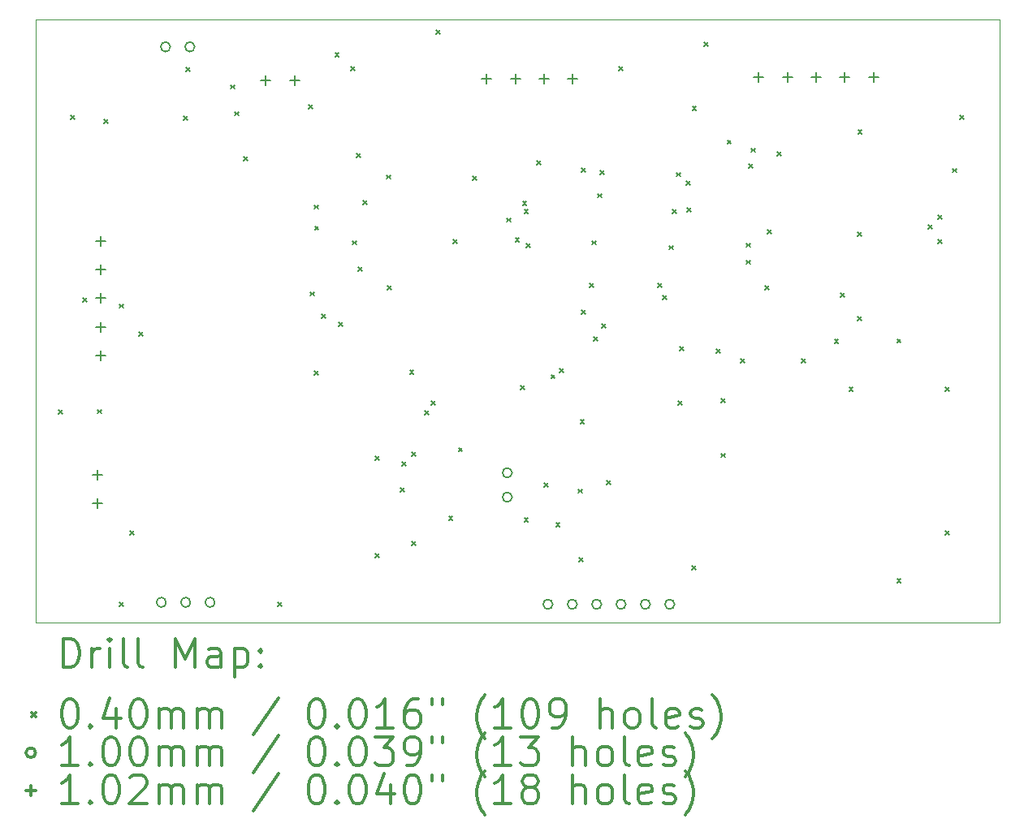
<source format=gbr>
%FSLAX45Y45*%
G04 Gerber Fmt 4.5, Leading zero omitted, Abs format (unit mm)*
G04 Created by KiCad (PCBNEW (5.1.6)-1) date 2021-05-10 23:03:25*
%MOMM*%
%LPD*%
G01*
G04 APERTURE LIST*
%TA.AperFunction,Profile*%
%ADD10C,0.050000*%
%TD*%
%ADD11C,0.200000*%
%ADD12C,0.300000*%
G04 APERTURE END LIST*
D10*
X18935700Y-11493500D02*
X18935700Y-5207000D01*
X8890000Y-11493500D02*
X18935700Y-11493500D01*
X8890000Y-5207000D02*
X8890000Y-11493500D01*
X18935700Y-5207000D02*
X8890000Y-5207000D01*
D11*
X9124000Y-9276400D02*
X9164000Y-9316400D01*
X9164000Y-9276400D02*
X9124000Y-9316400D01*
X9251000Y-6203000D02*
X9291000Y-6243000D01*
X9291000Y-6203000D02*
X9251000Y-6243000D01*
X9378000Y-8108000D02*
X9418000Y-8148000D01*
X9418000Y-8108000D02*
X9378000Y-8148000D01*
X9535480Y-9273860D02*
X9575480Y-9313860D01*
X9575480Y-9273860D02*
X9535480Y-9313860D01*
X9600250Y-6247450D02*
X9640250Y-6287450D01*
X9640250Y-6247450D02*
X9600250Y-6287450D01*
X9759000Y-8171500D02*
X9799000Y-8211500D01*
X9799000Y-8171500D02*
X9759000Y-8211500D01*
X9759000Y-11283000D02*
X9799000Y-11323000D01*
X9799000Y-11283000D02*
X9759000Y-11323000D01*
X9870000Y-10537000D02*
X9910000Y-10577000D01*
X9910000Y-10537000D02*
X9870000Y-10577000D01*
X9964740Y-8466140D02*
X10004740Y-8506140D01*
X10004740Y-8466140D02*
X9964740Y-8506140D01*
X10432100Y-6209350D02*
X10472100Y-6249350D01*
X10472100Y-6209350D02*
X10432100Y-6249350D01*
X10457500Y-5701350D02*
X10497500Y-5741350D01*
X10497500Y-5701350D02*
X10457500Y-5741350D01*
X10921050Y-5885500D02*
X10961050Y-5925500D01*
X10961050Y-5885500D02*
X10921050Y-5925500D01*
X10965500Y-6164900D02*
X11005500Y-6204900D01*
X11005500Y-6164900D02*
X10965500Y-6204900D01*
X11054400Y-6634800D02*
X11094400Y-6674800D01*
X11094400Y-6634800D02*
X11054400Y-6674800D01*
X11410000Y-11283000D02*
X11450000Y-11323000D01*
X11450000Y-11283000D02*
X11410000Y-11323000D01*
X11733850Y-6095050D02*
X11773850Y-6135050D01*
X11773850Y-6095050D02*
X11733850Y-6135050D01*
X11752900Y-8044500D02*
X11792900Y-8084500D01*
X11792900Y-8044500D02*
X11752900Y-8084500D01*
X11791000Y-7139100D02*
X11831000Y-7179100D01*
X11831000Y-7139100D02*
X11791000Y-7179100D01*
X11791000Y-8870000D02*
X11831000Y-8910000D01*
X11831000Y-8870000D02*
X11791000Y-8910000D01*
X11797350Y-7358700D02*
X11837350Y-7398700D01*
X11837350Y-7358700D02*
X11797350Y-7398700D01*
X11867200Y-8279450D02*
X11907200Y-8319450D01*
X11907200Y-8279450D02*
X11867200Y-8319450D01*
X12010075Y-5552125D02*
X12050075Y-5592125D01*
X12050075Y-5552125D02*
X12010075Y-5592125D01*
X12045000Y-8362000D02*
X12085000Y-8402000D01*
X12085000Y-8362000D02*
X12045000Y-8402000D01*
X12172000Y-5695000D02*
X12212000Y-5735000D01*
X12212000Y-5695000D02*
X12172000Y-5735000D01*
X12191050Y-7511100D02*
X12231050Y-7551100D01*
X12231050Y-7511100D02*
X12191050Y-7551100D01*
X12235500Y-6603050D02*
X12275500Y-6643050D01*
X12275500Y-6603050D02*
X12235500Y-6643050D01*
X12248200Y-7784150D02*
X12288200Y-7824150D01*
X12288200Y-7784150D02*
X12248200Y-7824150D01*
X12299000Y-7092000D02*
X12339000Y-7132000D01*
X12339000Y-7092000D02*
X12299000Y-7132000D01*
X12426000Y-9759000D02*
X12466000Y-9799000D01*
X12466000Y-9759000D02*
X12426000Y-9799000D01*
X12426000Y-10775000D02*
X12466000Y-10815000D01*
X12466000Y-10775000D02*
X12426000Y-10815000D01*
X12546650Y-6825300D02*
X12586650Y-6865300D01*
X12586650Y-6825300D02*
X12546650Y-6865300D01*
X12553000Y-7981000D02*
X12593000Y-8021000D01*
X12593000Y-7981000D02*
X12553000Y-8021000D01*
X12692700Y-10089200D02*
X12732700Y-10129200D01*
X12732700Y-10089200D02*
X12692700Y-10129200D01*
X12705400Y-9816150D02*
X12745400Y-9856150D01*
X12745400Y-9816150D02*
X12705400Y-9856150D01*
X12787950Y-8863650D02*
X12827950Y-8903650D01*
X12827950Y-8863650D02*
X12787950Y-8903650D01*
X12807000Y-9714550D02*
X12847000Y-9754550D01*
X12847000Y-9714550D02*
X12807000Y-9754550D01*
X12807000Y-10648000D02*
X12847000Y-10688000D01*
X12847000Y-10648000D02*
X12807000Y-10688000D01*
X12946700Y-9282750D02*
X12986700Y-9322750D01*
X12986700Y-9282750D02*
X12946700Y-9322750D01*
X13010200Y-9181150D02*
X13050200Y-9221150D01*
X13050200Y-9181150D02*
X13010200Y-9221150D01*
X13061000Y-5314000D02*
X13101000Y-5354000D01*
X13101000Y-5314000D02*
X13061000Y-5354000D01*
X13194279Y-10387721D02*
X13234279Y-10427721D01*
X13234279Y-10387721D02*
X13194279Y-10427721D01*
X13239252Y-7497921D02*
X13279252Y-7537921D01*
X13279252Y-7497921D02*
X13239252Y-7537921D01*
X13295950Y-9670100D02*
X13335950Y-9710100D01*
X13335950Y-9670100D02*
X13295950Y-9710100D01*
X13442000Y-6838000D02*
X13482000Y-6878000D01*
X13482000Y-6838000D02*
X13442000Y-6878000D01*
X13797600Y-7273500D02*
X13837600Y-7313500D01*
X13837600Y-7273500D02*
X13797600Y-7313500D01*
X13889675Y-7482525D02*
X13929675Y-7522525D01*
X13929675Y-7482525D02*
X13889675Y-7522525D01*
X13943650Y-9022400D02*
X13983650Y-9062400D01*
X13983650Y-9022400D02*
X13943650Y-9062400D01*
X13964675Y-7098350D02*
X14004675Y-7138350D01*
X14004675Y-7098350D02*
X13964675Y-7138350D01*
X13981750Y-7187250D02*
X14021750Y-7227250D01*
X14021750Y-7187250D02*
X13981750Y-7227250D01*
X13981750Y-10400350D02*
X14021750Y-10440350D01*
X14021750Y-10400350D02*
X13981750Y-10440350D01*
X14000800Y-7541650D02*
X14040800Y-7581650D01*
X14040800Y-7541650D02*
X14000800Y-7581650D01*
X14115851Y-6679167D02*
X14155851Y-6719167D01*
X14155851Y-6679167D02*
X14115851Y-6719167D01*
X14191300Y-10038400D02*
X14231300Y-10078400D01*
X14231300Y-10038400D02*
X14191300Y-10078400D01*
X14261150Y-8908100D02*
X14301150Y-8948100D01*
X14301150Y-8908100D02*
X14261150Y-8948100D01*
X14311950Y-10451150D02*
X14351950Y-10491150D01*
X14351950Y-10451150D02*
X14311950Y-10491150D01*
X14350050Y-8844600D02*
X14390050Y-8884600D01*
X14390050Y-8844600D02*
X14350050Y-8884600D01*
X14546900Y-10101900D02*
X14586900Y-10141900D01*
X14586900Y-10101900D02*
X14546900Y-10141900D01*
X14553250Y-10819450D02*
X14593250Y-10859450D01*
X14593250Y-10819450D02*
X14553250Y-10859450D01*
X14565950Y-9378000D02*
X14605950Y-9418000D01*
X14605950Y-9378000D02*
X14565950Y-9418000D01*
X14578650Y-6755450D02*
X14618650Y-6795450D01*
X14618650Y-6755450D02*
X14578650Y-6795450D01*
X14578650Y-8237500D02*
X14618650Y-8277500D01*
X14618650Y-8237500D02*
X14578650Y-8277500D01*
X14661200Y-7955600D02*
X14701200Y-7995600D01*
X14701200Y-7955600D02*
X14661200Y-7995600D01*
X14686600Y-7511100D02*
X14726600Y-7551100D01*
X14726600Y-7511100D02*
X14686600Y-7551100D01*
X14704835Y-8517173D02*
X14744835Y-8557173D01*
X14744835Y-8517173D02*
X14704835Y-8557173D01*
X14750100Y-7019500D02*
X14790100Y-7059500D01*
X14790100Y-7019500D02*
X14750100Y-7059500D01*
X14775500Y-6780850D02*
X14815500Y-6820850D01*
X14815500Y-6780850D02*
X14775500Y-6820850D01*
X14788200Y-8382500D02*
X14828200Y-8422500D01*
X14828200Y-8382500D02*
X14788200Y-8422500D01*
X14839000Y-10013000D02*
X14879000Y-10053000D01*
X14879000Y-10013000D02*
X14839000Y-10053000D01*
X14966000Y-5695000D02*
X15006000Y-5735000D01*
X15006000Y-5695000D02*
X14966000Y-5735000D01*
X15372400Y-7955600D02*
X15412400Y-7995600D01*
X15412400Y-7955600D02*
X15372400Y-7995600D01*
X15423200Y-8082600D02*
X15463200Y-8122600D01*
X15463200Y-8082600D02*
X15423200Y-8122600D01*
X15493050Y-7561900D02*
X15533050Y-7601900D01*
X15533050Y-7561900D02*
X15493050Y-7601900D01*
X15529880Y-7185980D02*
X15569880Y-7225980D01*
X15569880Y-7185980D02*
X15529880Y-7225980D01*
X15569250Y-6799900D02*
X15609250Y-6839900D01*
X15609250Y-6799900D02*
X15569250Y-6839900D01*
X15588300Y-9181150D02*
X15628300Y-9221150D01*
X15628300Y-9181150D02*
X15588300Y-9221150D01*
X15601000Y-8616000D02*
X15641000Y-8656000D01*
X15641000Y-8616000D02*
X15601000Y-8656000D01*
X15670850Y-6888800D02*
X15710850Y-6928800D01*
X15710850Y-6888800D02*
X15670850Y-6928800D01*
X15677200Y-7168200D02*
X15717200Y-7208200D01*
X15717200Y-7168200D02*
X15677200Y-7208200D01*
X15728000Y-10902000D02*
X15768000Y-10942000D01*
X15768000Y-10902000D02*
X15728000Y-10942000D01*
X15734350Y-6107750D02*
X15774350Y-6147750D01*
X15774350Y-6107750D02*
X15734350Y-6147750D01*
X15855000Y-5441000D02*
X15895000Y-5481000D01*
X15895000Y-5441000D02*
X15855000Y-5481000D01*
X15982000Y-8641400D02*
X16022000Y-8681400D01*
X16022000Y-8641400D02*
X15982000Y-8681400D01*
X16032800Y-9159560D02*
X16072800Y-9199560D01*
X16072800Y-9159560D02*
X16032800Y-9199560D01*
X16037880Y-9731060D02*
X16077880Y-9771060D01*
X16077880Y-9731060D02*
X16037880Y-9771060D01*
X16100000Y-6460800D02*
X16140000Y-6500800D01*
X16140000Y-6460800D02*
X16100000Y-6500800D01*
X16236000Y-8743000D02*
X16276000Y-8783000D01*
X16276000Y-8743000D02*
X16236000Y-8783000D01*
X16299500Y-7536500D02*
X16339500Y-7576500D01*
X16339500Y-7536500D02*
X16299500Y-7576500D01*
X16299500Y-7714300D02*
X16339500Y-7754300D01*
X16339500Y-7714300D02*
X16299500Y-7754300D01*
X16324900Y-6711000D02*
X16364900Y-6751000D01*
X16364900Y-6711000D02*
X16324900Y-6751000D01*
X16350300Y-6545900D02*
X16390300Y-6585900D01*
X16390300Y-6545900D02*
X16350300Y-6585900D01*
X16490000Y-7981000D02*
X16530000Y-8021000D01*
X16530000Y-7981000D02*
X16490000Y-8021000D01*
X16515400Y-7396800D02*
X16555400Y-7436800D01*
X16555400Y-7396800D02*
X16515400Y-7436800D01*
X16617000Y-6584000D02*
X16657000Y-6624000D01*
X16657000Y-6584000D02*
X16617000Y-6624000D01*
X16871000Y-8743000D02*
X16911000Y-8783000D01*
X16911000Y-8743000D02*
X16871000Y-8783000D01*
X17217075Y-8542975D02*
X17257075Y-8582975D01*
X17257075Y-8542975D02*
X17217075Y-8582975D01*
X17277400Y-8057200D02*
X17317400Y-8097200D01*
X17317400Y-8057200D02*
X17277400Y-8097200D01*
X17370000Y-9037000D02*
X17410000Y-9077000D01*
X17410000Y-9037000D02*
X17370000Y-9077000D01*
X17455200Y-7422200D02*
X17495200Y-7462200D01*
X17495200Y-7422200D02*
X17455200Y-7462200D01*
X17455200Y-8304850D02*
X17495200Y-8344850D01*
X17495200Y-8304850D02*
X17455200Y-8344850D01*
X17461550Y-6355400D02*
X17501550Y-6395400D01*
X17501550Y-6355400D02*
X17461550Y-6395400D01*
X17870000Y-8537000D02*
X17910000Y-8577000D01*
X17910000Y-8537000D02*
X17870000Y-8577000D01*
X17870000Y-11037000D02*
X17910000Y-11077000D01*
X17910000Y-11037000D02*
X17870000Y-11077000D01*
X18191800Y-7346000D02*
X18231800Y-7386000D01*
X18231800Y-7346000D02*
X18191800Y-7386000D01*
X18293400Y-7244400D02*
X18333400Y-7284400D01*
X18333400Y-7244400D02*
X18293400Y-7284400D01*
X18293400Y-7498400D02*
X18333400Y-7538400D01*
X18333400Y-7498400D02*
X18293400Y-7538400D01*
X18370000Y-9037000D02*
X18410000Y-9077000D01*
X18410000Y-9037000D02*
X18370000Y-9077000D01*
X18370000Y-10537000D02*
X18410000Y-10577000D01*
X18410000Y-10537000D02*
X18370000Y-10577000D01*
X18445800Y-6758775D02*
X18485800Y-6798775D01*
X18485800Y-6758775D02*
X18445800Y-6798775D01*
X18522000Y-6203000D02*
X18562000Y-6243000D01*
X18562000Y-6203000D02*
X18522000Y-6243000D01*
X14279080Y-11303000D02*
G75*
G03*
X14279080Y-11303000I-50000J0D01*
G01*
X14533080Y-11303000D02*
G75*
G03*
X14533080Y-11303000I-50000J0D01*
G01*
X14787080Y-11303000D02*
G75*
G03*
X14787080Y-11303000I-50000J0D01*
G01*
X15041080Y-11303000D02*
G75*
G03*
X15041080Y-11303000I-50000J0D01*
G01*
X15295080Y-11303000D02*
G75*
G03*
X15295080Y-11303000I-50000J0D01*
G01*
X15549080Y-11303000D02*
G75*
G03*
X15549080Y-11303000I-50000J0D01*
G01*
X10291280Y-5488940D02*
G75*
G03*
X10291280Y-5488940I-50000J0D01*
G01*
X10545280Y-5488940D02*
G75*
G03*
X10545280Y-5488940I-50000J0D01*
G01*
X10248100Y-11282680D02*
G75*
G03*
X10248100Y-11282680I-50000J0D01*
G01*
X10502100Y-11282680D02*
G75*
G03*
X10502100Y-11282680I-50000J0D01*
G01*
X10756100Y-11282680D02*
G75*
G03*
X10756100Y-11282680I-50000J0D01*
G01*
X13854900Y-9931400D02*
G75*
G03*
X13854900Y-9931400I-50000J0D01*
G01*
X13854900Y-10185400D02*
G75*
G03*
X13854900Y-10185400I-50000J0D01*
G01*
X9532820Y-9900580D02*
X9532820Y-10002580D01*
X9481820Y-9951580D02*
X9583820Y-9951580D01*
X9532820Y-10200580D02*
X9532820Y-10302580D01*
X9481820Y-10251580D02*
X9583820Y-10251580D01*
X16425340Y-5752900D02*
X16425340Y-5854900D01*
X16374340Y-5803900D02*
X16476340Y-5803900D01*
X16725340Y-5752900D02*
X16725340Y-5854900D01*
X16674340Y-5803900D02*
X16776340Y-5803900D01*
X17025340Y-5752900D02*
X17025340Y-5854900D01*
X16974340Y-5803900D02*
X17076340Y-5803900D01*
X17325340Y-5752900D02*
X17325340Y-5854900D01*
X17274340Y-5803900D02*
X17376340Y-5803900D01*
X17625340Y-5752900D02*
X17625340Y-5854900D01*
X17574340Y-5803900D02*
X17676340Y-5803900D01*
X13589000Y-5768140D02*
X13589000Y-5870140D01*
X13538000Y-5819140D02*
X13640000Y-5819140D01*
X13889000Y-5768140D02*
X13889000Y-5870140D01*
X13838000Y-5819140D02*
X13940000Y-5819140D01*
X14189000Y-5768140D02*
X14189000Y-5870140D01*
X14138000Y-5819140D02*
X14240000Y-5819140D01*
X14489000Y-5768140D02*
X14489000Y-5870140D01*
X14438000Y-5819140D02*
X14540000Y-5819140D01*
X11287480Y-5791000D02*
X11287480Y-5893000D01*
X11236480Y-5842000D02*
X11338480Y-5842000D01*
X11587480Y-5791000D02*
X11587480Y-5893000D01*
X11536480Y-5842000D02*
X11638480Y-5842000D01*
X9563300Y-7460300D02*
X9563300Y-7562300D01*
X9512300Y-7511300D02*
X9614300Y-7511300D01*
X9563300Y-7760300D02*
X9563300Y-7862300D01*
X9512300Y-7811300D02*
X9614300Y-7811300D01*
X9563300Y-8060300D02*
X9563300Y-8162300D01*
X9512300Y-8111300D02*
X9614300Y-8111300D01*
X9563300Y-8360300D02*
X9563300Y-8462300D01*
X9512300Y-8411300D02*
X9614300Y-8411300D01*
X9563300Y-8660300D02*
X9563300Y-8762300D01*
X9512300Y-8711300D02*
X9614300Y-8711300D01*
D12*
X9173928Y-11961714D02*
X9173928Y-11661714D01*
X9245357Y-11661714D01*
X9288214Y-11676000D01*
X9316786Y-11704571D01*
X9331071Y-11733143D01*
X9345357Y-11790286D01*
X9345357Y-11833143D01*
X9331071Y-11890286D01*
X9316786Y-11918857D01*
X9288214Y-11947429D01*
X9245357Y-11961714D01*
X9173928Y-11961714D01*
X9473928Y-11961714D02*
X9473928Y-11761714D01*
X9473928Y-11818857D02*
X9488214Y-11790286D01*
X9502500Y-11776000D01*
X9531071Y-11761714D01*
X9559643Y-11761714D01*
X9659643Y-11961714D02*
X9659643Y-11761714D01*
X9659643Y-11661714D02*
X9645357Y-11676000D01*
X9659643Y-11690286D01*
X9673928Y-11676000D01*
X9659643Y-11661714D01*
X9659643Y-11690286D01*
X9845357Y-11961714D02*
X9816786Y-11947429D01*
X9802500Y-11918857D01*
X9802500Y-11661714D01*
X10002500Y-11961714D02*
X9973928Y-11947429D01*
X9959643Y-11918857D01*
X9959643Y-11661714D01*
X10345357Y-11961714D02*
X10345357Y-11661714D01*
X10445357Y-11876000D01*
X10545357Y-11661714D01*
X10545357Y-11961714D01*
X10816786Y-11961714D02*
X10816786Y-11804571D01*
X10802500Y-11776000D01*
X10773928Y-11761714D01*
X10716786Y-11761714D01*
X10688214Y-11776000D01*
X10816786Y-11947429D02*
X10788214Y-11961714D01*
X10716786Y-11961714D01*
X10688214Y-11947429D01*
X10673928Y-11918857D01*
X10673928Y-11890286D01*
X10688214Y-11861714D01*
X10716786Y-11847429D01*
X10788214Y-11847429D01*
X10816786Y-11833143D01*
X10959643Y-11761714D02*
X10959643Y-12061714D01*
X10959643Y-11776000D02*
X10988214Y-11761714D01*
X11045357Y-11761714D01*
X11073928Y-11776000D01*
X11088214Y-11790286D01*
X11102500Y-11818857D01*
X11102500Y-11904571D01*
X11088214Y-11933143D01*
X11073928Y-11947429D01*
X11045357Y-11961714D01*
X10988214Y-11961714D01*
X10959643Y-11947429D01*
X11231071Y-11933143D02*
X11245357Y-11947429D01*
X11231071Y-11961714D01*
X11216786Y-11947429D01*
X11231071Y-11933143D01*
X11231071Y-11961714D01*
X11231071Y-11776000D02*
X11245357Y-11790286D01*
X11231071Y-11804571D01*
X11216786Y-11790286D01*
X11231071Y-11776000D01*
X11231071Y-11804571D01*
X8847500Y-12436000D02*
X8887500Y-12476000D01*
X8887500Y-12436000D02*
X8847500Y-12476000D01*
X9231071Y-12291714D02*
X9259643Y-12291714D01*
X9288214Y-12306000D01*
X9302500Y-12320286D01*
X9316786Y-12348857D01*
X9331071Y-12406000D01*
X9331071Y-12477429D01*
X9316786Y-12534571D01*
X9302500Y-12563143D01*
X9288214Y-12577429D01*
X9259643Y-12591714D01*
X9231071Y-12591714D01*
X9202500Y-12577429D01*
X9188214Y-12563143D01*
X9173928Y-12534571D01*
X9159643Y-12477429D01*
X9159643Y-12406000D01*
X9173928Y-12348857D01*
X9188214Y-12320286D01*
X9202500Y-12306000D01*
X9231071Y-12291714D01*
X9459643Y-12563143D02*
X9473928Y-12577429D01*
X9459643Y-12591714D01*
X9445357Y-12577429D01*
X9459643Y-12563143D01*
X9459643Y-12591714D01*
X9731071Y-12391714D02*
X9731071Y-12591714D01*
X9659643Y-12277429D02*
X9588214Y-12491714D01*
X9773928Y-12491714D01*
X9945357Y-12291714D02*
X9973928Y-12291714D01*
X10002500Y-12306000D01*
X10016786Y-12320286D01*
X10031071Y-12348857D01*
X10045357Y-12406000D01*
X10045357Y-12477429D01*
X10031071Y-12534571D01*
X10016786Y-12563143D01*
X10002500Y-12577429D01*
X9973928Y-12591714D01*
X9945357Y-12591714D01*
X9916786Y-12577429D01*
X9902500Y-12563143D01*
X9888214Y-12534571D01*
X9873928Y-12477429D01*
X9873928Y-12406000D01*
X9888214Y-12348857D01*
X9902500Y-12320286D01*
X9916786Y-12306000D01*
X9945357Y-12291714D01*
X10173928Y-12591714D02*
X10173928Y-12391714D01*
X10173928Y-12420286D02*
X10188214Y-12406000D01*
X10216786Y-12391714D01*
X10259643Y-12391714D01*
X10288214Y-12406000D01*
X10302500Y-12434571D01*
X10302500Y-12591714D01*
X10302500Y-12434571D02*
X10316786Y-12406000D01*
X10345357Y-12391714D01*
X10388214Y-12391714D01*
X10416786Y-12406000D01*
X10431071Y-12434571D01*
X10431071Y-12591714D01*
X10573928Y-12591714D02*
X10573928Y-12391714D01*
X10573928Y-12420286D02*
X10588214Y-12406000D01*
X10616786Y-12391714D01*
X10659643Y-12391714D01*
X10688214Y-12406000D01*
X10702500Y-12434571D01*
X10702500Y-12591714D01*
X10702500Y-12434571D02*
X10716786Y-12406000D01*
X10745357Y-12391714D01*
X10788214Y-12391714D01*
X10816786Y-12406000D01*
X10831071Y-12434571D01*
X10831071Y-12591714D01*
X11416786Y-12277429D02*
X11159643Y-12663143D01*
X11802500Y-12291714D02*
X11831071Y-12291714D01*
X11859643Y-12306000D01*
X11873928Y-12320286D01*
X11888214Y-12348857D01*
X11902500Y-12406000D01*
X11902500Y-12477429D01*
X11888214Y-12534571D01*
X11873928Y-12563143D01*
X11859643Y-12577429D01*
X11831071Y-12591714D01*
X11802500Y-12591714D01*
X11773928Y-12577429D01*
X11759643Y-12563143D01*
X11745357Y-12534571D01*
X11731071Y-12477429D01*
X11731071Y-12406000D01*
X11745357Y-12348857D01*
X11759643Y-12320286D01*
X11773928Y-12306000D01*
X11802500Y-12291714D01*
X12031071Y-12563143D02*
X12045357Y-12577429D01*
X12031071Y-12591714D01*
X12016786Y-12577429D01*
X12031071Y-12563143D01*
X12031071Y-12591714D01*
X12231071Y-12291714D02*
X12259643Y-12291714D01*
X12288214Y-12306000D01*
X12302500Y-12320286D01*
X12316786Y-12348857D01*
X12331071Y-12406000D01*
X12331071Y-12477429D01*
X12316786Y-12534571D01*
X12302500Y-12563143D01*
X12288214Y-12577429D01*
X12259643Y-12591714D01*
X12231071Y-12591714D01*
X12202500Y-12577429D01*
X12188214Y-12563143D01*
X12173928Y-12534571D01*
X12159643Y-12477429D01*
X12159643Y-12406000D01*
X12173928Y-12348857D01*
X12188214Y-12320286D01*
X12202500Y-12306000D01*
X12231071Y-12291714D01*
X12616786Y-12591714D02*
X12445357Y-12591714D01*
X12531071Y-12591714D02*
X12531071Y-12291714D01*
X12502500Y-12334571D01*
X12473928Y-12363143D01*
X12445357Y-12377429D01*
X12873928Y-12291714D02*
X12816786Y-12291714D01*
X12788214Y-12306000D01*
X12773928Y-12320286D01*
X12745357Y-12363143D01*
X12731071Y-12420286D01*
X12731071Y-12534571D01*
X12745357Y-12563143D01*
X12759643Y-12577429D01*
X12788214Y-12591714D01*
X12845357Y-12591714D01*
X12873928Y-12577429D01*
X12888214Y-12563143D01*
X12902500Y-12534571D01*
X12902500Y-12463143D01*
X12888214Y-12434571D01*
X12873928Y-12420286D01*
X12845357Y-12406000D01*
X12788214Y-12406000D01*
X12759643Y-12420286D01*
X12745357Y-12434571D01*
X12731071Y-12463143D01*
X13016786Y-12291714D02*
X13016786Y-12348857D01*
X13131071Y-12291714D02*
X13131071Y-12348857D01*
X13573928Y-12706000D02*
X13559643Y-12691714D01*
X13531071Y-12648857D01*
X13516786Y-12620286D01*
X13502500Y-12577429D01*
X13488214Y-12506000D01*
X13488214Y-12448857D01*
X13502500Y-12377429D01*
X13516786Y-12334571D01*
X13531071Y-12306000D01*
X13559643Y-12263143D01*
X13573928Y-12248857D01*
X13845357Y-12591714D02*
X13673928Y-12591714D01*
X13759643Y-12591714D02*
X13759643Y-12291714D01*
X13731071Y-12334571D01*
X13702500Y-12363143D01*
X13673928Y-12377429D01*
X14031071Y-12291714D02*
X14059643Y-12291714D01*
X14088214Y-12306000D01*
X14102500Y-12320286D01*
X14116786Y-12348857D01*
X14131071Y-12406000D01*
X14131071Y-12477429D01*
X14116786Y-12534571D01*
X14102500Y-12563143D01*
X14088214Y-12577429D01*
X14059643Y-12591714D01*
X14031071Y-12591714D01*
X14002500Y-12577429D01*
X13988214Y-12563143D01*
X13973928Y-12534571D01*
X13959643Y-12477429D01*
X13959643Y-12406000D01*
X13973928Y-12348857D01*
X13988214Y-12320286D01*
X14002500Y-12306000D01*
X14031071Y-12291714D01*
X14273928Y-12591714D02*
X14331071Y-12591714D01*
X14359643Y-12577429D01*
X14373928Y-12563143D01*
X14402500Y-12520286D01*
X14416786Y-12463143D01*
X14416786Y-12348857D01*
X14402500Y-12320286D01*
X14388214Y-12306000D01*
X14359643Y-12291714D01*
X14302500Y-12291714D01*
X14273928Y-12306000D01*
X14259643Y-12320286D01*
X14245357Y-12348857D01*
X14245357Y-12420286D01*
X14259643Y-12448857D01*
X14273928Y-12463143D01*
X14302500Y-12477429D01*
X14359643Y-12477429D01*
X14388214Y-12463143D01*
X14402500Y-12448857D01*
X14416786Y-12420286D01*
X14773928Y-12591714D02*
X14773928Y-12291714D01*
X14902500Y-12591714D02*
X14902500Y-12434571D01*
X14888214Y-12406000D01*
X14859643Y-12391714D01*
X14816786Y-12391714D01*
X14788214Y-12406000D01*
X14773928Y-12420286D01*
X15088214Y-12591714D02*
X15059643Y-12577429D01*
X15045357Y-12563143D01*
X15031071Y-12534571D01*
X15031071Y-12448857D01*
X15045357Y-12420286D01*
X15059643Y-12406000D01*
X15088214Y-12391714D01*
X15131071Y-12391714D01*
X15159643Y-12406000D01*
X15173928Y-12420286D01*
X15188214Y-12448857D01*
X15188214Y-12534571D01*
X15173928Y-12563143D01*
X15159643Y-12577429D01*
X15131071Y-12591714D01*
X15088214Y-12591714D01*
X15359643Y-12591714D02*
X15331071Y-12577429D01*
X15316786Y-12548857D01*
X15316786Y-12291714D01*
X15588214Y-12577429D02*
X15559643Y-12591714D01*
X15502500Y-12591714D01*
X15473928Y-12577429D01*
X15459643Y-12548857D01*
X15459643Y-12434571D01*
X15473928Y-12406000D01*
X15502500Y-12391714D01*
X15559643Y-12391714D01*
X15588214Y-12406000D01*
X15602500Y-12434571D01*
X15602500Y-12463143D01*
X15459643Y-12491714D01*
X15716786Y-12577429D02*
X15745357Y-12591714D01*
X15802500Y-12591714D01*
X15831071Y-12577429D01*
X15845357Y-12548857D01*
X15845357Y-12534571D01*
X15831071Y-12506000D01*
X15802500Y-12491714D01*
X15759643Y-12491714D01*
X15731071Y-12477429D01*
X15716786Y-12448857D01*
X15716786Y-12434571D01*
X15731071Y-12406000D01*
X15759643Y-12391714D01*
X15802500Y-12391714D01*
X15831071Y-12406000D01*
X15945357Y-12706000D02*
X15959643Y-12691714D01*
X15988214Y-12648857D01*
X16002500Y-12620286D01*
X16016786Y-12577429D01*
X16031071Y-12506000D01*
X16031071Y-12448857D01*
X16016786Y-12377429D01*
X16002500Y-12334571D01*
X15988214Y-12306000D01*
X15959643Y-12263143D01*
X15945357Y-12248857D01*
X8887500Y-12852000D02*
G75*
G03*
X8887500Y-12852000I-50000J0D01*
G01*
X9331071Y-12987714D02*
X9159643Y-12987714D01*
X9245357Y-12987714D02*
X9245357Y-12687714D01*
X9216786Y-12730571D01*
X9188214Y-12759143D01*
X9159643Y-12773429D01*
X9459643Y-12959143D02*
X9473928Y-12973429D01*
X9459643Y-12987714D01*
X9445357Y-12973429D01*
X9459643Y-12959143D01*
X9459643Y-12987714D01*
X9659643Y-12687714D02*
X9688214Y-12687714D01*
X9716786Y-12702000D01*
X9731071Y-12716286D01*
X9745357Y-12744857D01*
X9759643Y-12802000D01*
X9759643Y-12873429D01*
X9745357Y-12930571D01*
X9731071Y-12959143D01*
X9716786Y-12973429D01*
X9688214Y-12987714D01*
X9659643Y-12987714D01*
X9631071Y-12973429D01*
X9616786Y-12959143D01*
X9602500Y-12930571D01*
X9588214Y-12873429D01*
X9588214Y-12802000D01*
X9602500Y-12744857D01*
X9616786Y-12716286D01*
X9631071Y-12702000D01*
X9659643Y-12687714D01*
X9945357Y-12687714D02*
X9973928Y-12687714D01*
X10002500Y-12702000D01*
X10016786Y-12716286D01*
X10031071Y-12744857D01*
X10045357Y-12802000D01*
X10045357Y-12873429D01*
X10031071Y-12930571D01*
X10016786Y-12959143D01*
X10002500Y-12973429D01*
X9973928Y-12987714D01*
X9945357Y-12987714D01*
X9916786Y-12973429D01*
X9902500Y-12959143D01*
X9888214Y-12930571D01*
X9873928Y-12873429D01*
X9873928Y-12802000D01*
X9888214Y-12744857D01*
X9902500Y-12716286D01*
X9916786Y-12702000D01*
X9945357Y-12687714D01*
X10173928Y-12987714D02*
X10173928Y-12787714D01*
X10173928Y-12816286D02*
X10188214Y-12802000D01*
X10216786Y-12787714D01*
X10259643Y-12787714D01*
X10288214Y-12802000D01*
X10302500Y-12830571D01*
X10302500Y-12987714D01*
X10302500Y-12830571D02*
X10316786Y-12802000D01*
X10345357Y-12787714D01*
X10388214Y-12787714D01*
X10416786Y-12802000D01*
X10431071Y-12830571D01*
X10431071Y-12987714D01*
X10573928Y-12987714D02*
X10573928Y-12787714D01*
X10573928Y-12816286D02*
X10588214Y-12802000D01*
X10616786Y-12787714D01*
X10659643Y-12787714D01*
X10688214Y-12802000D01*
X10702500Y-12830571D01*
X10702500Y-12987714D01*
X10702500Y-12830571D02*
X10716786Y-12802000D01*
X10745357Y-12787714D01*
X10788214Y-12787714D01*
X10816786Y-12802000D01*
X10831071Y-12830571D01*
X10831071Y-12987714D01*
X11416786Y-12673429D02*
X11159643Y-13059143D01*
X11802500Y-12687714D02*
X11831071Y-12687714D01*
X11859643Y-12702000D01*
X11873928Y-12716286D01*
X11888214Y-12744857D01*
X11902500Y-12802000D01*
X11902500Y-12873429D01*
X11888214Y-12930571D01*
X11873928Y-12959143D01*
X11859643Y-12973429D01*
X11831071Y-12987714D01*
X11802500Y-12987714D01*
X11773928Y-12973429D01*
X11759643Y-12959143D01*
X11745357Y-12930571D01*
X11731071Y-12873429D01*
X11731071Y-12802000D01*
X11745357Y-12744857D01*
X11759643Y-12716286D01*
X11773928Y-12702000D01*
X11802500Y-12687714D01*
X12031071Y-12959143D02*
X12045357Y-12973429D01*
X12031071Y-12987714D01*
X12016786Y-12973429D01*
X12031071Y-12959143D01*
X12031071Y-12987714D01*
X12231071Y-12687714D02*
X12259643Y-12687714D01*
X12288214Y-12702000D01*
X12302500Y-12716286D01*
X12316786Y-12744857D01*
X12331071Y-12802000D01*
X12331071Y-12873429D01*
X12316786Y-12930571D01*
X12302500Y-12959143D01*
X12288214Y-12973429D01*
X12259643Y-12987714D01*
X12231071Y-12987714D01*
X12202500Y-12973429D01*
X12188214Y-12959143D01*
X12173928Y-12930571D01*
X12159643Y-12873429D01*
X12159643Y-12802000D01*
X12173928Y-12744857D01*
X12188214Y-12716286D01*
X12202500Y-12702000D01*
X12231071Y-12687714D01*
X12431071Y-12687714D02*
X12616786Y-12687714D01*
X12516786Y-12802000D01*
X12559643Y-12802000D01*
X12588214Y-12816286D01*
X12602500Y-12830571D01*
X12616786Y-12859143D01*
X12616786Y-12930571D01*
X12602500Y-12959143D01*
X12588214Y-12973429D01*
X12559643Y-12987714D01*
X12473928Y-12987714D01*
X12445357Y-12973429D01*
X12431071Y-12959143D01*
X12759643Y-12987714D02*
X12816786Y-12987714D01*
X12845357Y-12973429D01*
X12859643Y-12959143D01*
X12888214Y-12916286D01*
X12902500Y-12859143D01*
X12902500Y-12744857D01*
X12888214Y-12716286D01*
X12873928Y-12702000D01*
X12845357Y-12687714D01*
X12788214Y-12687714D01*
X12759643Y-12702000D01*
X12745357Y-12716286D01*
X12731071Y-12744857D01*
X12731071Y-12816286D01*
X12745357Y-12844857D01*
X12759643Y-12859143D01*
X12788214Y-12873429D01*
X12845357Y-12873429D01*
X12873928Y-12859143D01*
X12888214Y-12844857D01*
X12902500Y-12816286D01*
X13016786Y-12687714D02*
X13016786Y-12744857D01*
X13131071Y-12687714D02*
X13131071Y-12744857D01*
X13573928Y-13102000D02*
X13559643Y-13087714D01*
X13531071Y-13044857D01*
X13516786Y-13016286D01*
X13502500Y-12973429D01*
X13488214Y-12902000D01*
X13488214Y-12844857D01*
X13502500Y-12773429D01*
X13516786Y-12730571D01*
X13531071Y-12702000D01*
X13559643Y-12659143D01*
X13573928Y-12644857D01*
X13845357Y-12987714D02*
X13673928Y-12987714D01*
X13759643Y-12987714D02*
X13759643Y-12687714D01*
X13731071Y-12730571D01*
X13702500Y-12759143D01*
X13673928Y-12773429D01*
X13945357Y-12687714D02*
X14131071Y-12687714D01*
X14031071Y-12802000D01*
X14073928Y-12802000D01*
X14102500Y-12816286D01*
X14116786Y-12830571D01*
X14131071Y-12859143D01*
X14131071Y-12930571D01*
X14116786Y-12959143D01*
X14102500Y-12973429D01*
X14073928Y-12987714D01*
X13988214Y-12987714D01*
X13959643Y-12973429D01*
X13945357Y-12959143D01*
X14488214Y-12987714D02*
X14488214Y-12687714D01*
X14616786Y-12987714D02*
X14616786Y-12830571D01*
X14602500Y-12802000D01*
X14573928Y-12787714D01*
X14531071Y-12787714D01*
X14502500Y-12802000D01*
X14488214Y-12816286D01*
X14802500Y-12987714D02*
X14773928Y-12973429D01*
X14759643Y-12959143D01*
X14745357Y-12930571D01*
X14745357Y-12844857D01*
X14759643Y-12816286D01*
X14773928Y-12802000D01*
X14802500Y-12787714D01*
X14845357Y-12787714D01*
X14873928Y-12802000D01*
X14888214Y-12816286D01*
X14902500Y-12844857D01*
X14902500Y-12930571D01*
X14888214Y-12959143D01*
X14873928Y-12973429D01*
X14845357Y-12987714D01*
X14802500Y-12987714D01*
X15073928Y-12987714D02*
X15045357Y-12973429D01*
X15031071Y-12944857D01*
X15031071Y-12687714D01*
X15302500Y-12973429D02*
X15273928Y-12987714D01*
X15216786Y-12987714D01*
X15188214Y-12973429D01*
X15173928Y-12944857D01*
X15173928Y-12830571D01*
X15188214Y-12802000D01*
X15216786Y-12787714D01*
X15273928Y-12787714D01*
X15302500Y-12802000D01*
X15316786Y-12830571D01*
X15316786Y-12859143D01*
X15173928Y-12887714D01*
X15431071Y-12973429D02*
X15459643Y-12987714D01*
X15516786Y-12987714D01*
X15545357Y-12973429D01*
X15559643Y-12944857D01*
X15559643Y-12930571D01*
X15545357Y-12902000D01*
X15516786Y-12887714D01*
X15473928Y-12887714D01*
X15445357Y-12873429D01*
X15431071Y-12844857D01*
X15431071Y-12830571D01*
X15445357Y-12802000D01*
X15473928Y-12787714D01*
X15516786Y-12787714D01*
X15545357Y-12802000D01*
X15659643Y-13102000D02*
X15673928Y-13087714D01*
X15702500Y-13044857D01*
X15716786Y-13016286D01*
X15731071Y-12973429D01*
X15745357Y-12902000D01*
X15745357Y-12844857D01*
X15731071Y-12773429D01*
X15716786Y-12730571D01*
X15702500Y-12702000D01*
X15673928Y-12659143D01*
X15659643Y-12644857D01*
X8836500Y-13197000D02*
X8836500Y-13299000D01*
X8785500Y-13248000D02*
X8887500Y-13248000D01*
X9331071Y-13383714D02*
X9159643Y-13383714D01*
X9245357Y-13383714D02*
X9245357Y-13083714D01*
X9216786Y-13126571D01*
X9188214Y-13155143D01*
X9159643Y-13169429D01*
X9459643Y-13355143D02*
X9473928Y-13369429D01*
X9459643Y-13383714D01*
X9445357Y-13369429D01*
X9459643Y-13355143D01*
X9459643Y-13383714D01*
X9659643Y-13083714D02*
X9688214Y-13083714D01*
X9716786Y-13098000D01*
X9731071Y-13112286D01*
X9745357Y-13140857D01*
X9759643Y-13198000D01*
X9759643Y-13269429D01*
X9745357Y-13326571D01*
X9731071Y-13355143D01*
X9716786Y-13369429D01*
X9688214Y-13383714D01*
X9659643Y-13383714D01*
X9631071Y-13369429D01*
X9616786Y-13355143D01*
X9602500Y-13326571D01*
X9588214Y-13269429D01*
X9588214Y-13198000D01*
X9602500Y-13140857D01*
X9616786Y-13112286D01*
X9631071Y-13098000D01*
X9659643Y-13083714D01*
X9873928Y-13112286D02*
X9888214Y-13098000D01*
X9916786Y-13083714D01*
X9988214Y-13083714D01*
X10016786Y-13098000D01*
X10031071Y-13112286D01*
X10045357Y-13140857D01*
X10045357Y-13169429D01*
X10031071Y-13212286D01*
X9859643Y-13383714D01*
X10045357Y-13383714D01*
X10173928Y-13383714D02*
X10173928Y-13183714D01*
X10173928Y-13212286D02*
X10188214Y-13198000D01*
X10216786Y-13183714D01*
X10259643Y-13183714D01*
X10288214Y-13198000D01*
X10302500Y-13226571D01*
X10302500Y-13383714D01*
X10302500Y-13226571D02*
X10316786Y-13198000D01*
X10345357Y-13183714D01*
X10388214Y-13183714D01*
X10416786Y-13198000D01*
X10431071Y-13226571D01*
X10431071Y-13383714D01*
X10573928Y-13383714D02*
X10573928Y-13183714D01*
X10573928Y-13212286D02*
X10588214Y-13198000D01*
X10616786Y-13183714D01*
X10659643Y-13183714D01*
X10688214Y-13198000D01*
X10702500Y-13226571D01*
X10702500Y-13383714D01*
X10702500Y-13226571D02*
X10716786Y-13198000D01*
X10745357Y-13183714D01*
X10788214Y-13183714D01*
X10816786Y-13198000D01*
X10831071Y-13226571D01*
X10831071Y-13383714D01*
X11416786Y-13069429D02*
X11159643Y-13455143D01*
X11802500Y-13083714D02*
X11831071Y-13083714D01*
X11859643Y-13098000D01*
X11873928Y-13112286D01*
X11888214Y-13140857D01*
X11902500Y-13198000D01*
X11902500Y-13269429D01*
X11888214Y-13326571D01*
X11873928Y-13355143D01*
X11859643Y-13369429D01*
X11831071Y-13383714D01*
X11802500Y-13383714D01*
X11773928Y-13369429D01*
X11759643Y-13355143D01*
X11745357Y-13326571D01*
X11731071Y-13269429D01*
X11731071Y-13198000D01*
X11745357Y-13140857D01*
X11759643Y-13112286D01*
X11773928Y-13098000D01*
X11802500Y-13083714D01*
X12031071Y-13355143D02*
X12045357Y-13369429D01*
X12031071Y-13383714D01*
X12016786Y-13369429D01*
X12031071Y-13355143D01*
X12031071Y-13383714D01*
X12231071Y-13083714D02*
X12259643Y-13083714D01*
X12288214Y-13098000D01*
X12302500Y-13112286D01*
X12316786Y-13140857D01*
X12331071Y-13198000D01*
X12331071Y-13269429D01*
X12316786Y-13326571D01*
X12302500Y-13355143D01*
X12288214Y-13369429D01*
X12259643Y-13383714D01*
X12231071Y-13383714D01*
X12202500Y-13369429D01*
X12188214Y-13355143D01*
X12173928Y-13326571D01*
X12159643Y-13269429D01*
X12159643Y-13198000D01*
X12173928Y-13140857D01*
X12188214Y-13112286D01*
X12202500Y-13098000D01*
X12231071Y-13083714D01*
X12588214Y-13183714D02*
X12588214Y-13383714D01*
X12516786Y-13069429D02*
X12445357Y-13283714D01*
X12631071Y-13283714D01*
X12802500Y-13083714D02*
X12831071Y-13083714D01*
X12859643Y-13098000D01*
X12873928Y-13112286D01*
X12888214Y-13140857D01*
X12902500Y-13198000D01*
X12902500Y-13269429D01*
X12888214Y-13326571D01*
X12873928Y-13355143D01*
X12859643Y-13369429D01*
X12831071Y-13383714D01*
X12802500Y-13383714D01*
X12773928Y-13369429D01*
X12759643Y-13355143D01*
X12745357Y-13326571D01*
X12731071Y-13269429D01*
X12731071Y-13198000D01*
X12745357Y-13140857D01*
X12759643Y-13112286D01*
X12773928Y-13098000D01*
X12802500Y-13083714D01*
X13016786Y-13083714D02*
X13016786Y-13140857D01*
X13131071Y-13083714D02*
X13131071Y-13140857D01*
X13573928Y-13498000D02*
X13559643Y-13483714D01*
X13531071Y-13440857D01*
X13516786Y-13412286D01*
X13502500Y-13369429D01*
X13488214Y-13298000D01*
X13488214Y-13240857D01*
X13502500Y-13169429D01*
X13516786Y-13126571D01*
X13531071Y-13098000D01*
X13559643Y-13055143D01*
X13573928Y-13040857D01*
X13845357Y-13383714D02*
X13673928Y-13383714D01*
X13759643Y-13383714D02*
X13759643Y-13083714D01*
X13731071Y-13126571D01*
X13702500Y-13155143D01*
X13673928Y-13169429D01*
X14016786Y-13212286D02*
X13988214Y-13198000D01*
X13973928Y-13183714D01*
X13959643Y-13155143D01*
X13959643Y-13140857D01*
X13973928Y-13112286D01*
X13988214Y-13098000D01*
X14016786Y-13083714D01*
X14073928Y-13083714D01*
X14102500Y-13098000D01*
X14116786Y-13112286D01*
X14131071Y-13140857D01*
X14131071Y-13155143D01*
X14116786Y-13183714D01*
X14102500Y-13198000D01*
X14073928Y-13212286D01*
X14016786Y-13212286D01*
X13988214Y-13226571D01*
X13973928Y-13240857D01*
X13959643Y-13269429D01*
X13959643Y-13326571D01*
X13973928Y-13355143D01*
X13988214Y-13369429D01*
X14016786Y-13383714D01*
X14073928Y-13383714D01*
X14102500Y-13369429D01*
X14116786Y-13355143D01*
X14131071Y-13326571D01*
X14131071Y-13269429D01*
X14116786Y-13240857D01*
X14102500Y-13226571D01*
X14073928Y-13212286D01*
X14488214Y-13383714D02*
X14488214Y-13083714D01*
X14616786Y-13383714D02*
X14616786Y-13226571D01*
X14602500Y-13198000D01*
X14573928Y-13183714D01*
X14531071Y-13183714D01*
X14502500Y-13198000D01*
X14488214Y-13212286D01*
X14802500Y-13383714D02*
X14773928Y-13369429D01*
X14759643Y-13355143D01*
X14745357Y-13326571D01*
X14745357Y-13240857D01*
X14759643Y-13212286D01*
X14773928Y-13198000D01*
X14802500Y-13183714D01*
X14845357Y-13183714D01*
X14873928Y-13198000D01*
X14888214Y-13212286D01*
X14902500Y-13240857D01*
X14902500Y-13326571D01*
X14888214Y-13355143D01*
X14873928Y-13369429D01*
X14845357Y-13383714D01*
X14802500Y-13383714D01*
X15073928Y-13383714D02*
X15045357Y-13369429D01*
X15031071Y-13340857D01*
X15031071Y-13083714D01*
X15302500Y-13369429D02*
X15273928Y-13383714D01*
X15216786Y-13383714D01*
X15188214Y-13369429D01*
X15173928Y-13340857D01*
X15173928Y-13226571D01*
X15188214Y-13198000D01*
X15216786Y-13183714D01*
X15273928Y-13183714D01*
X15302500Y-13198000D01*
X15316786Y-13226571D01*
X15316786Y-13255143D01*
X15173928Y-13283714D01*
X15431071Y-13369429D02*
X15459643Y-13383714D01*
X15516786Y-13383714D01*
X15545357Y-13369429D01*
X15559643Y-13340857D01*
X15559643Y-13326571D01*
X15545357Y-13298000D01*
X15516786Y-13283714D01*
X15473928Y-13283714D01*
X15445357Y-13269429D01*
X15431071Y-13240857D01*
X15431071Y-13226571D01*
X15445357Y-13198000D01*
X15473928Y-13183714D01*
X15516786Y-13183714D01*
X15545357Y-13198000D01*
X15659643Y-13498000D02*
X15673928Y-13483714D01*
X15702500Y-13440857D01*
X15716786Y-13412286D01*
X15731071Y-13369429D01*
X15745357Y-13298000D01*
X15745357Y-13240857D01*
X15731071Y-13169429D01*
X15716786Y-13126571D01*
X15702500Y-13098000D01*
X15673928Y-13055143D01*
X15659643Y-13040857D01*
M02*

</source>
